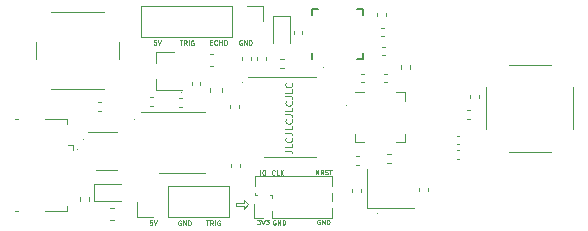
<source format=gbr>
%TF.GenerationSoftware,KiCad,Pcbnew,(5.1.10)-1*%
%TF.CreationDate,2021-07-16T14:20:34-05:00*%
%TF.ProjectId,transmisor,7472616e-736d-4697-936f-722e6b696361,rev?*%
%TF.SameCoordinates,Original*%
%TF.FileFunction,Legend,Top*%
%TF.FilePolarity,Positive*%
%FSLAX46Y46*%
G04 Gerber Fmt 4.6, Leading zero omitted, Abs format (unit mm)*
G04 Created by KiCad (PCBNEW (5.1.10)-1) date 2021-07-16 14:20:34*
%MOMM*%
%LPD*%
G01*
G04 APERTURE LIST*
%ADD10C,0.100000*%
%ADD11C,0.050000*%
%ADD12C,0.120000*%
%ADD13C,0.150000*%
G04 APERTURE END LIST*
D10*
X108891428Y-73510428D02*
X109320000Y-73510428D01*
X109405714Y-73539000D01*
X109462857Y-73596142D01*
X109491428Y-73681857D01*
X109491428Y-73739000D01*
X109491428Y-72939000D02*
X109491428Y-73224714D01*
X108891428Y-73224714D01*
X109434285Y-72396142D02*
X109462857Y-72424714D01*
X109491428Y-72510428D01*
X109491428Y-72567571D01*
X109462857Y-72653285D01*
X109405714Y-72710428D01*
X109348571Y-72739000D01*
X109234285Y-72767571D01*
X109148571Y-72767571D01*
X109034285Y-72739000D01*
X108977142Y-72710428D01*
X108920000Y-72653285D01*
X108891428Y-72567571D01*
X108891428Y-72510428D01*
X108920000Y-72424714D01*
X108948571Y-72396142D01*
X108891428Y-71967571D02*
X109320000Y-71967571D01*
X109405714Y-71996142D01*
X109462857Y-72053285D01*
X109491428Y-72139000D01*
X109491428Y-72196142D01*
X109491428Y-71396142D02*
X109491428Y-71681857D01*
X108891428Y-71681857D01*
X109434285Y-70853285D02*
X109462857Y-70881857D01*
X109491428Y-70967571D01*
X109491428Y-71024714D01*
X109462857Y-71110428D01*
X109405714Y-71167571D01*
X109348571Y-71196142D01*
X109234285Y-71224714D01*
X109148571Y-71224714D01*
X109034285Y-71196142D01*
X108977142Y-71167571D01*
X108920000Y-71110428D01*
X108891428Y-71024714D01*
X108891428Y-70967571D01*
X108920000Y-70881857D01*
X108948571Y-70853285D01*
X108891428Y-70424714D02*
X109320000Y-70424714D01*
X109405714Y-70453285D01*
X109462857Y-70510428D01*
X109491428Y-70596142D01*
X109491428Y-70653285D01*
X109491428Y-69853285D02*
X109491428Y-70139000D01*
X108891428Y-70139000D01*
X109434285Y-69310428D02*
X109462857Y-69339000D01*
X109491428Y-69424714D01*
X109491428Y-69481857D01*
X109462857Y-69567571D01*
X109405714Y-69624714D01*
X109348571Y-69653285D01*
X109234285Y-69681857D01*
X109148571Y-69681857D01*
X109034285Y-69653285D01*
X108977142Y-69624714D01*
X108920000Y-69567571D01*
X108891428Y-69481857D01*
X108891428Y-69424714D01*
X108920000Y-69339000D01*
X108948571Y-69310428D01*
X108891428Y-68881857D02*
X109320000Y-68881857D01*
X109405714Y-68910428D01*
X109462857Y-68967571D01*
X109491428Y-69053285D01*
X109491428Y-69110428D01*
X109491428Y-68310428D02*
X109491428Y-68596142D01*
X108891428Y-68596142D01*
X109434285Y-67767571D02*
X109462857Y-67796142D01*
X109491428Y-67881857D01*
X109491428Y-67939000D01*
X109462857Y-68024714D01*
X109405714Y-68081857D01*
X109348571Y-68110428D01*
X109234285Y-68139000D01*
X109148571Y-68139000D01*
X109034285Y-68110428D01*
X108977142Y-68081857D01*
X108920000Y-68024714D01*
X108891428Y-67939000D01*
X108891428Y-67881857D01*
X108920000Y-67796142D01*
X108948571Y-67767571D01*
D11*
X106514961Y-79333752D02*
X106762580Y-79333752D01*
X106629247Y-79486133D01*
X106686390Y-79486133D01*
X106724485Y-79505180D01*
X106743533Y-79524228D01*
X106762580Y-79562323D01*
X106762580Y-79657561D01*
X106743533Y-79695657D01*
X106724485Y-79714704D01*
X106686390Y-79733752D01*
X106572104Y-79733752D01*
X106534009Y-79714704D01*
X106514961Y-79695657D01*
X106876866Y-79333752D02*
X107010200Y-79733752D01*
X107143533Y-79333752D01*
X107238771Y-79333752D02*
X107486390Y-79333752D01*
X107353057Y-79486133D01*
X107410200Y-79486133D01*
X107448295Y-79505180D01*
X107467342Y-79524228D01*
X107486390Y-79562323D01*
X107486390Y-79657561D01*
X107467342Y-79695657D01*
X107448295Y-79714704D01*
X107410200Y-79733752D01*
X107295914Y-79733752D01*
X107257819Y-79714704D01*
X107238771Y-79695657D01*
X108051638Y-79378200D02*
X108013542Y-79359152D01*
X107956400Y-79359152D01*
X107899257Y-79378200D01*
X107861161Y-79416295D01*
X107842114Y-79454390D01*
X107823066Y-79530580D01*
X107823066Y-79587723D01*
X107842114Y-79663914D01*
X107861161Y-79702009D01*
X107899257Y-79740104D01*
X107956400Y-79759152D01*
X107994495Y-79759152D01*
X108051638Y-79740104D01*
X108070685Y-79721057D01*
X108070685Y-79587723D01*
X107994495Y-79587723D01*
X108242114Y-79759152D02*
X108242114Y-79359152D01*
X108470685Y-79759152D01*
X108470685Y-79359152D01*
X108661161Y-79759152D02*
X108661161Y-79359152D01*
X108756400Y-79359152D01*
X108813542Y-79378200D01*
X108851638Y-79416295D01*
X108870685Y-79454390D01*
X108889733Y-79530580D01*
X108889733Y-79587723D01*
X108870685Y-79663914D01*
X108851638Y-79702009D01*
X108813542Y-79740104D01*
X108756400Y-79759152D01*
X108661161Y-79759152D01*
X111810838Y-79352800D02*
X111772742Y-79333752D01*
X111715600Y-79333752D01*
X111658457Y-79352800D01*
X111620361Y-79390895D01*
X111601314Y-79428990D01*
X111582266Y-79505180D01*
X111582266Y-79562323D01*
X111601314Y-79638514D01*
X111620361Y-79676609D01*
X111658457Y-79714704D01*
X111715600Y-79733752D01*
X111753695Y-79733752D01*
X111810838Y-79714704D01*
X111829885Y-79695657D01*
X111829885Y-79562323D01*
X111753695Y-79562323D01*
X112001314Y-79733752D02*
X112001314Y-79333752D01*
X112229885Y-79733752D01*
X112229885Y-79333752D01*
X112420361Y-79733752D02*
X112420361Y-79333752D01*
X112515600Y-79333752D01*
X112572742Y-79352800D01*
X112610838Y-79390895D01*
X112629885Y-79428990D01*
X112648933Y-79505180D01*
X112648933Y-79562323D01*
X112629885Y-79638514D01*
X112610838Y-79676609D01*
X112572742Y-79714704D01*
X112515600Y-79733752D01*
X112420361Y-79733752D01*
X111458457Y-75517352D02*
X111458457Y-75117352D01*
X111687028Y-75517352D01*
X111687028Y-75117352D01*
X112106076Y-75517352D02*
X111972742Y-75326876D01*
X111877504Y-75517352D02*
X111877504Y-75117352D01*
X112029885Y-75117352D01*
X112067980Y-75136400D01*
X112087028Y-75155447D01*
X112106076Y-75193542D01*
X112106076Y-75250685D01*
X112087028Y-75288780D01*
X112067980Y-75307828D01*
X112029885Y-75326876D01*
X111877504Y-75326876D01*
X112258457Y-75498304D02*
X112315600Y-75517352D01*
X112410838Y-75517352D01*
X112448933Y-75498304D01*
X112467980Y-75479257D01*
X112487028Y-75441161D01*
X112487028Y-75403066D01*
X112467980Y-75364971D01*
X112448933Y-75345923D01*
X112410838Y-75326876D01*
X112334647Y-75307828D01*
X112296552Y-75288780D01*
X112277504Y-75269733D01*
X112258457Y-75231638D01*
X112258457Y-75193542D01*
X112277504Y-75155447D01*
X112296552Y-75136400D01*
X112334647Y-75117352D01*
X112429885Y-75117352D01*
X112487028Y-75136400D01*
X112601314Y-75117352D02*
X112829885Y-75117352D01*
X112715600Y-75517352D02*
X112715600Y-75117352D01*
X107991304Y-75504657D02*
X107972257Y-75523704D01*
X107915114Y-75542752D01*
X107877019Y-75542752D01*
X107819876Y-75523704D01*
X107781780Y-75485609D01*
X107762733Y-75447514D01*
X107743685Y-75371323D01*
X107743685Y-75314180D01*
X107762733Y-75237990D01*
X107781780Y-75199895D01*
X107819876Y-75161800D01*
X107877019Y-75142752D01*
X107915114Y-75142752D01*
X107972257Y-75161800D01*
X107991304Y-75180847D01*
X108353209Y-75542752D02*
X108162733Y-75542752D01*
X108162733Y-75142752D01*
X108486542Y-75542752D02*
X108486542Y-75142752D01*
X108715114Y-75542752D02*
X108543685Y-75314180D01*
X108715114Y-75142752D02*
X108486542Y-75371323D01*
X106775276Y-75542752D02*
X106775276Y-75142752D01*
X107041942Y-75142752D02*
X107118133Y-75142752D01*
X107156228Y-75161800D01*
X107194323Y-75199895D01*
X107213371Y-75276085D01*
X107213371Y-75409419D01*
X107194323Y-75485609D01*
X107156228Y-75523704D01*
X107118133Y-75542752D01*
X107041942Y-75542752D01*
X107003847Y-75523704D01*
X106965752Y-75485609D01*
X106946704Y-75409419D01*
X106946704Y-75276085D01*
X106965752Y-75199895D01*
X107003847Y-75161800D01*
X107041942Y-75142752D01*
X102184276Y-79409952D02*
X102412847Y-79409952D01*
X102298561Y-79809952D02*
X102298561Y-79409952D01*
X102774752Y-79809952D02*
X102641419Y-79619476D01*
X102546180Y-79809952D02*
X102546180Y-79409952D01*
X102698561Y-79409952D01*
X102736657Y-79429000D01*
X102755704Y-79448047D01*
X102774752Y-79486142D01*
X102774752Y-79543285D01*
X102755704Y-79581380D01*
X102736657Y-79600428D01*
X102698561Y-79619476D01*
X102546180Y-79619476D01*
X102946180Y-79809952D02*
X102946180Y-79409952D01*
X103346180Y-79429000D02*
X103308085Y-79409952D01*
X103250942Y-79409952D01*
X103193800Y-79429000D01*
X103155704Y-79467095D01*
X103136657Y-79505190D01*
X103117609Y-79581380D01*
X103117609Y-79638523D01*
X103136657Y-79714714D01*
X103155704Y-79752809D01*
X103193800Y-79790904D01*
X103250942Y-79809952D01*
X103289038Y-79809952D01*
X103346180Y-79790904D01*
X103365228Y-79771857D01*
X103365228Y-79638523D01*
X103289038Y-79638523D01*
X100050638Y-79429000D02*
X100012542Y-79409952D01*
X99955400Y-79409952D01*
X99898257Y-79429000D01*
X99860161Y-79467095D01*
X99841114Y-79505190D01*
X99822066Y-79581380D01*
X99822066Y-79638523D01*
X99841114Y-79714714D01*
X99860161Y-79752809D01*
X99898257Y-79790904D01*
X99955400Y-79809952D01*
X99993495Y-79809952D01*
X100050638Y-79790904D01*
X100069685Y-79771857D01*
X100069685Y-79638523D01*
X99993495Y-79638523D01*
X100241114Y-79809952D02*
X100241114Y-79409952D01*
X100469685Y-79809952D01*
X100469685Y-79409952D01*
X100660161Y-79809952D02*
X100660161Y-79409952D01*
X100755400Y-79409952D01*
X100812542Y-79429000D01*
X100850638Y-79467095D01*
X100869685Y-79505190D01*
X100888733Y-79581380D01*
X100888733Y-79638523D01*
X100869685Y-79714714D01*
X100850638Y-79752809D01*
X100812542Y-79790904D01*
X100755400Y-79809952D01*
X100660161Y-79809952D01*
X97612209Y-79409952D02*
X97421733Y-79409952D01*
X97402685Y-79600428D01*
X97421733Y-79581380D01*
X97459828Y-79562333D01*
X97555066Y-79562333D01*
X97593161Y-79581380D01*
X97612209Y-79600428D01*
X97631257Y-79638523D01*
X97631257Y-79733761D01*
X97612209Y-79771857D01*
X97593161Y-79790904D01*
X97555066Y-79809952D01*
X97459828Y-79809952D01*
X97421733Y-79790904D01*
X97402685Y-79771857D01*
X97745542Y-79409952D02*
X97878876Y-79809952D01*
X98012209Y-79409952D01*
X97967809Y-64144552D02*
X97777333Y-64144552D01*
X97758285Y-64335028D01*
X97777333Y-64315980D01*
X97815428Y-64296933D01*
X97910666Y-64296933D01*
X97948761Y-64315980D01*
X97967809Y-64335028D01*
X97986857Y-64373123D01*
X97986857Y-64468361D01*
X97967809Y-64506457D01*
X97948761Y-64525504D01*
X97910666Y-64544552D01*
X97815428Y-64544552D01*
X97777333Y-64525504D01*
X97758285Y-64506457D01*
X98101142Y-64144552D02*
X98234476Y-64544552D01*
X98367809Y-64144552D01*
X105206838Y-64163600D02*
X105168742Y-64144552D01*
X105111600Y-64144552D01*
X105054457Y-64163600D01*
X105016361Y-64201695D01*
X104997314Y-64239790D01*
X104978266Y-64315980D01*
X104978266Y-64373123D01*
X104997314Y-64449314D01*
X105016361Y-64487409D01*
X105054457Y-64525504D01*
X105111600Y-64544552D01*
X105149695Y-64544552D01*
X105206838Y-64525504D01*
X105225885Y-64506457D01*
X105225885Y-64373123D01*
X105149695Y-64373123D01*
X105397314Y-64544552D02*
X105397314Y-64144552D01*
X105625885Y-64544552D01*
X105625885Y-64144552D01*
X105816361Y-64544552D02*
X105816361Y-64144552D01*
X105911600Y-64144552D01*
X105968742Y-64163600D01*
X106006838Y-64201695D01*
X106025885Y-64239790D01*
X106044933Y-64315980D01*
X106044933Y-64373123D01*
X106025885Y-64449314D01*
X106006838Y-64487409D01*
X105968742Y-64525504D01*
X105911600Y-64544552D01*
X105816361Y-64544552D01*
X99949076Y-64169952D02*
X100177647Y-64169952D01*
X100063361Y-64569952D02*
X100063361Y-64169952D01*
X100539552Y-64569952D02*
X100406219Y-64379476D01*
X100310980Y-64569952D02*
X100310980Y-64169952D01*
X100463361Y-64169952D01*
X100501457Y-64189000D01*
X100520504Y-64208047D01*
X100539552Y-64246142D01*
X100539552Y-64303285D01*
X100520504Y-64341380D01*
X100501457Y-64360428D01*
X100463361Y-64379476D01*
X100310980Y-64379476D01*
X100710980Y-64569952D02*
X100710980Y-64169952D01*
X101110980Y-64189000D02*
X101072885Y-64169952D01*
X101015742Y-64169952D01*
X100958600Y-64189000D01*
X100920504Y-64227095D01*
X100901457Y-64265190D01*
X100882409Y-64341380D01*
X100882409Y-64398523D01*
X100901457Y-64474714D01*
X100920504Y-64512809D01*
X100958600Y-64550904D01*
X101015742Y-64569952D01*
X101053838Y-64569952D01*
X101110980Y-64550904D01*
X101130028Y-64531857D01*
X101130028Y-64398523D01*
X101053838Y-64398523D01*
X102520838Y-64335028D02*
X102654171Y-64335028D01*
X102711314Y-64544552D02*
X102520838Y-64544552D01*
X102520838Y-64144552D01*
X102711314Y-64144552D01*
X103111314Y-64506457D02*
X103092266Y-64525504D01*
X103035123Y-64544552D01*
X102997028Y-64544552D01*
X102939885Y-64525504D01*
X102901790Y-64487409D01*
X102882742Y-64449314D01*
X102863695Y-64373123D01*
X102863695Y-64315980D01*
X102882742Y-64239790D01*
X102901790Y-64201695D01*
X102939885Y-64163600D01*
X102997028Y-64144552D01*
X103035123Y-64144552D01*
X103092266Y-64163600D01*
X103111314Y-64182647D01*
X103282742Y-64544552D02*
X103282742Y-64144552D01*
X103282742Y-64335028D02*
X103511314Y-64335028D01*
X103511314Y-64544552D02*
X103511314Y-64144552D01*
X103777980Y-64144552D02*
X103854171Y-64144552D01*
X103892266Y-64163600D01*
X103930361Y-64201695D01*
X103949409Y-64277885D01*
X103949409Y-64411219D01*
X103930361Y-64487409D01*
X103892266Y-64525504D01*
X103854171Y-64544552D01*
X103777980Y-64544552D01*
X103739885Y-64525504D01*
X103701790Y-64487409D01*
X103682742Y-64411219D01*
X103682742Y-64277885D01*
X103701790Y-64201695D01*
X103739885Y-64163600D01*
X103777980Y-64144552D01*
X105359200Y-78155800D02*
X105359200Y-78409800D01*
X104698800Y-78155800D02*
X105359200Y-78155800D01*
X104698800Y-77952600D02*
X104698800Y-78155800D01*
X105714800Y-78054200D02*
X105359200Y-78409800D01*
X105359200Y-77698600D02*
X105714800Y-78054200D01*
X105359200Y-77952600D02*
X105359200Y-77698600D01*
X104698800Y-77952600D02*
X105359200Y-77952600D01*
D12*
X105283000Y-67741800D02*
G75*
G03*
X105283000Y-67741800I-25400J0D01*
G01*
X112126121Y-66421000D02*
G75*
G03*
X112126121Y-66421000I-35921J0D01*
G01*
X114122200Y-69646800D02*
G75*
G03*
X114122200Y-69646800I-25400J0D01*
G01*
X116698121Y-78790800D02*
G75*
G03*
X116698121Y-78790800I-35921J0D01*
G01*
X91272721Y-73406000D02*
G75*
G03*
X91272721Y-73406000I-35921J0D01*
G01*
X91831521Y-72517000D02*
G75*
G03*
X91831521Y-72517000I-35921J0D01*
G01*
X100081996Y-68580000D02*
G75*
G03*
X100081996Y-68580000I-56796J0D01*
G01*
X96170396Y-70840600D02*
G75*
G03*
X96170396Y-70840600I-56796J0D01*
G01*
%TO.C,C21*%
X105033400Y-74669764D02*
X105033400Y-74885436D01*
X104313400Y-74669764D02*
X104313400Y-74885436D01*
%TO.C,D2*%
X109294600Y-64401700D02*
X109294600Y-62116700D01*
X109294600Y-62116700D02*
X107824600Y-62116700D01*
X107824600Y-62116700D02*
X107824600Y-64401700D01*
%TO.C,D1*%
X95008600Y-76303200D02*
X92723600Y-76303200D01*
X92723600Y-76303200D02*
X92723600Y-77773200D01*
X92723600Y-77773200D02*
X95008600Y-77773200D01*
%TO.C,AE1*%
X127790800Y-66220800D02*
X131390800Y-66220800D01*
X127790800Y-73580800D02*
X131390800Y-73580800D01*
X133270800Y-68100800D02*
X133270800Y-71700800D01*
X125910800Y-68100800D02*
X125910800Y-71700800D01*
D13*
%TO.C,U6*%
X111159400Y-61477000D02*
X111159400Y-62002000D01*
X115459400Y-61477000D02*
X115459400Y-62002000D01*
X115459400Y-65777000D02*
X115459400Y-65252000D01*
X111159400Y-65777000D02*
X111159400Y-65252000D01*
X115459400Y-61477000D02*
X114934400Y-61477000D01*
X115459400Y-65777000D02*
X114934400Y-65777000D01*
X111159400Y-61477000D02*
X111684400Y-61477000D01*
D12*
%TO.C,C20*%
X109596600Y-63366764D02*
X109596600Y-63582436D01*
X110316600Y-63366764D02*
X110316600Y-63582436D01*
%TO.C,C19*%
X117011564Y-63809200D02*
X117227236Y-63809200D01*
X117011564Y-63089200D02*
X117227236Y-63089200D01*
%TO.C,C18*%
X116683200Y-61842764D02*
X116683200Y-62058436D01*
X117403200Y-61842764D02*
X117403200Y-62058436D01*
%TO.C,C17*%
X117087764Y-65434800D02*
X117303436Y-65434800D01*
X117087764Y-64714800D02*
X117303436Y-64714800D01*
%TO.C,R8*%
X106528600Y-65530759D02*
X106528600Y-65838041D01*
X107288600Y-65530759D02*
X107288600Y-65838041D01*
%TO.C,R7*%
X105967800Y-65863441D02*
X105967800Y-65556159D01*
X105207800Y-65863441D02*
X105207800Y-65556159D01*
%TO.C,J1*%
X90933100Y-73026800D02*
X90483100Y-73026800D01*
X90933100Y-73026800D02*
X90933100Y-73476800D01*
X90383100Y-78626800D02*
X90383100Y-78176800D01*
X88533100Y-78626800D02*
X90383100Y-78626800D01*
X85983100Y-70826800D02*
X86233100Y-70826800D01*
X85983100Y-78626800D02*
X86233100Y-78626800D01*
X88533100Y-70826800D02*
X90383100Y-70826800D01*
X90383100Y-70826800D02*
X90383100Y-71276800D01*
%TO.C,U5*%
X94651400Y-71923000D02*
X92201400Y-71923000D01*
X92851400Y-75143000D02*
X94651400Y-75143000D01*
%TO.C,J4*%
X106968600Y-61230200D02*
X106968600Y-62560200D01*
X105638600Y-61230200D02*
X106968600Y-61230200D01*
X104368600Y-61230200D02*
X104368600Y-63890200D01*
X104368600Y-63890200D02*
X96688600Y-63890200D01*
X104368600Y-61230200D02*
X96688600Y-61230200D01*
X96688600Y-61230200D02*
X96688600Y-63890200D01*
%TO.C,J3*%
X96358400Y-79155600D02*
X96358400Y-77825600D01*
X97688400Y-79155600D02*
X96358400Y-79155600D01*
X98958400Y-79155600D02*
X98958400Y-76495600D01*
X98958400Y-76495600D02*
X104098400Y-76495600D01*
X98958400Y-79155600D02*
X104098400Y-79155600D01*
X104098400Y-79155600D02*
X104098400Y-76495600D01*
%TO.C,SW1*%
X93538800Y-61759200D02*
X89038800Y-61759200D01*
X94788800Y-65759200D02*
X94788800Y-64259200D01*
X89038800Y-68259200D02*
X93538800Y-68259200D01*
X87788800Y-64259200D02*
X87788800Y-65759200D01*
%TO.C,R6*%
X93013559Y-69393800D02*
X93320841Y-69393800D01*
X93013559Y-70153800D02*
X93320841Y-70153800D01*
%TO.C,C1*%
X117290964Y-67720800D02*
X117506636Y-67720800D01*
X117290964Y-67000800D02*
X117506636Y-67000800D01*
%TO.C,C2*%
X114903364Y-73960400D02*
X115119036Y-73960400D01*
X114903364Y-74680400D02*
X115119036Y-74680400D01*
%TO.C,C3*%
X115528036Y-67720800D02*
X115312364Y-67720800D01*
X115528036Y-67000800D02*
X115312364Y-67000800D01*
%TO.C,C4*%
X114549600Y-76993636D02*
X114549600Y-76777964D01*
X115269600Y-76993636D02*
X115269600Y-76777964D01*
%TO.C,C5*%
X123412364Y-72233200D02*
X123628036Y-72233200D01*
X123412364Y-72953200D02*
X123628036Y-72953200D01*
%TO.C,C6*%
X120239200Y-76699164D02*
X120239200Y-76914836D01*
X120959200Y-76699164D02*
X120959200Y-76914836D01*
%TO.C,C7*%
X123412364Y-74172400D02*
X123628036Y-74172400D01*
X123412364Y-73452400D02*
X123628036Y-73452400D01*
%TO.C,C8*%
X124517036Y-70794200D02*
X124301364Y-70794200D01*
X124517036Y-70074200D02*
X124301364Y-70074200D01*
%TO.C,C9*%
X125251800Y-69018036D02*
X125251800Y-68802364D01*
X124531800Y-69018036D02*
X124531800Y-68802364D01*
%TO.C,C10*%
X94349180Y-79402400D02*
X94068020Y-79402400D01*
X94349180Y-78382400D02*
X94068020Y-78382400D01*
%TO.C,C11*%
X100105036Y-69803600D02*
X99889364Y-69803600D01*
X100105036Y-69083600D02*
X99889364Y-69083600D01*
%TO.C,C12*%
X97478964Y-69702000D02*
X97694636Y-69702000D01*
X97478964Y-68982000D02*
X97694636Y-68982000D01*
%TO.C,C13*%
X102512400Y-68210820D02*
X102512400Y-68491980D01*
X103532400Y-68210820D02*
X103532400Y-68491980D01*
%TO.C,C14*%
X104211800Y-69640564D02*
X104211800Y-69856236D01*
X104931800Y-69640564D02*
X104931800Y-69856236D01*
%TO.C,C15*%
X102475420Y-65352200D02*
X102756580Y-65352200D01*
X102475420Y-66372200D02*
X102756580Y-66372200D01*
%TO.C,C16*%
X101680600Y-67710164D02*
X101680600Y-67925836D01*
X100960600Y-67710164D02*
X100960600Y-67925836D01*
%TO.C,J2*%
X112810600Y-79184200D02*
X112810600Y-78361730D01*
X112810600Y-76476670D02*
X112810600Y-75654200D01*
X112810600Y-77746670D02*
X112810600Y-77091730D01*
X107795600Y-79184200D02*
X112810600Y-79184200D01*
X106340600Y-75654200D02*
X112810600Y-75654200D01*
X107795600Y-79184200D02*
X107795600Y-78617671D01*
X107795600Y-77490729D02*
X107795600Y-77347671D01*
X107742129Y-77294200D02*
X107599071Y-77294200D01*
X106472129Y-77294200D02*
X106340600Y-77294200D01*
X106340600Y-77294200D02*
X106340600Y-77091730D01*
X106340600Y-76476670D02*
X106340600Y-75654200D01*
X107035600Y-79184200D02*
X106275600Y-79184200D01*
X106275600Y-79184200D02*
X106275600Y-78054200D01*
%TO.C,R1*%
X118669800Y-66574641D02*
X118669800Y-66267359D01*
X119429800Y-66574641D02*
X119429800Y-66267359D01*
%TO.C,R2*%
X117829841Y-73762600D02*
X117522559Y-73762600D01*
X117829841Y-74522600D02*
X117522559Y-74522600D01*
%TO.C,R3*%
X91517200Y-77417959D02*
X91517200Y-77725241D01*
X92277200Y-77417959D02*
X92277200Y-77725241D01*
%TO.C,R4*%
X108456759Y-65736200D02*
X108764041Y-65736200D01*
X108456759Y-66496200D02*
X108764041Y-66496200D01*
%TO.C,U1*%
X118301200Y-68552800D02*
X119026200Y-68552800D01*
X119026200Y-68552800D02*
X119026200Y-69277800D01*
X115531200Y-72772800D02*
X114806200Y-72772800D01*
X114806200Y-72772800D02*
X114806200Y-72047800D01*
X118301200Y-72772800D02*
X119026200Y-72772800D01*
X119026200Y-72772800D02*
X119026200Y-72047800D01*
X115531200Y-68552800D02*
X114806200Y-68552800D01*
%TO.C,U2*%
X100126800Y-75356400D02*
X102076800Y-75356400D01*
X100126800Y-75356400D02*
X98176800Y-75356400D01*
X100126800Y-70236400D02*
X102076800Y-70236400D01*
X100126800Y-70236400D02*
X96676800Y-70236400D01*
%TO.C,U3*%
X97969800Y-65171200D02*
X97969800Y-66101200D01*
X97969800Y-68331200D02*
X97969800Y-67401200D01*
X97969800Y-68331200D02*
X100129800Y-68331200D01*
X97969800Y-65171200D02*
X99429800Y-65171200D01*
%TO.C,U4*%
X109296200Y-74073200D02*
X111496200Y-74073200D01*
X109296200Y-74073200D02*
X107096200Y-74073200D01*
X109296200Y-67303200D02*
X111496200Y-67303200D01*
X109296200Y-67303200D02*
X105696200Y-67303200D01*
%TO.C,Y1*%
X115772000Y-75095200D02*
X115772000Y-78395200D01*
X115772000Y-78395200D02*
X119772000Y-78395200D01*
%TD*%
M02*

</source>
